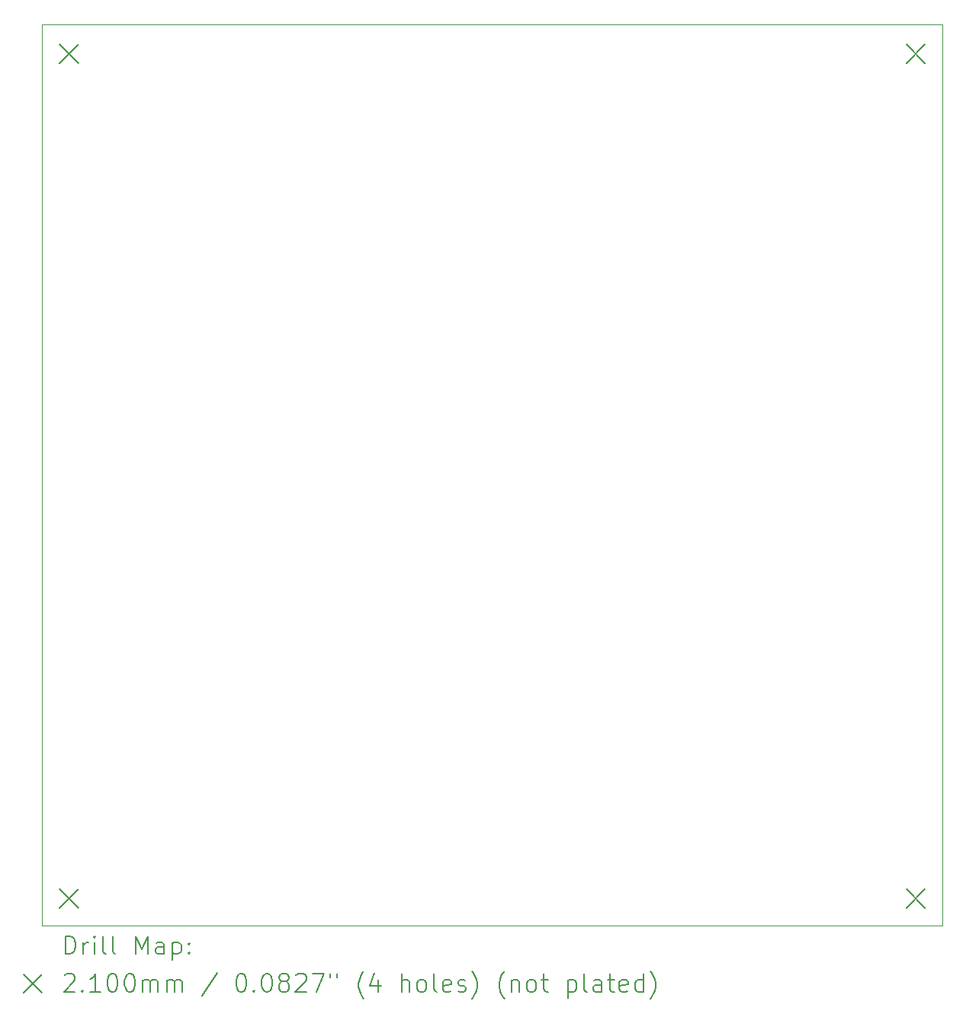
<source format=gbr>
%TF.GenerationSoftware,KiCad,Pcbnew,8.0.6*%
%TF.CreationDate,2024-10-22T22:59:00-03:00*%
%TF.ProjectId,check_point_1,63686563-6b5f-4706-9f69-6e745f312e6b,rev?*%
%TF.SameCoordinates,Original*%
%TF.FileFunction,Drillmap*%
%TF.FilePolarity,Positive*%
%FSLAX45Y45*%
G04 Gerber Fmt 4.5, Leading zero omitted, Abs format (unit mm)*
G04 Created by KiCad (PCBNEW 8.0.6) date 2024-10-22 22:59:00*
%MOMM*%
%LPD*%
G01*
G04 APERTURE LIST*
%ADD10C,0.050000*%
%ADD11C,0.200000*%
%ADD12C,0.210000*%
G04 APERTURE END LIST*
D10*
X2000000Y-5002000D02*
X12000000Y-5002000D01*
X12000000Y-15000000D01*
X2000000Y-15000000D01*
X2000000Y-5002000D01*
D11*
D12*
X2195000Y-5220000D02*
X2405000Y-5430000D01*
X2405000Y-5220000D02*
X2195000Y-5430000D01*
X2195000Y-14595000D02*
X2405000Y-14805000D01*
X2405000Y-14595000D02*
X2195000Y-14805000D01*
X11595000Y-5220000D02*
X11805000Y-5430000D01*
X11805000Y-5220000D02*
X11595000Y-5430000D01*
X11595000Y-14595000D02*
X11805000Y-14805000D01*
X11805000Y-14595000D02*
X11595000Y-14805000D01*
D11*
X2258277Y-15313984D02*
X2258277Y-15113984D01*
X2258277Y-15113984D02*
X2305896Y-15113984D01*
X2305896Y-15113984D02*
X2334467Y-15123508D01*
X2334467Y-15123508D02*
X2353515Y-15142555D01*
X2353515Y-15142555D02*
X2363039Y-15161603D01*
X2363039Y-15161603D02*
X2372563Y-15199698D01*
X2372563Y-15199698D02*
X2372563Y-15228269D01*
X2372563Y-15228269D02*
X2363039Y-15266365D01*
X2363039Y-15266365D02*
X2353515Y-15285412D01*
X2353515Y-15285412D02*
X2334467Y-15304460D01*
X2334467Y-15304460D02*
X2305896Y-15313984D01*
X2305896Y-15313984D02*
X2258277Y-15313984D01*
X2458277Y-15313984D02*
X2458277Y-15180650D01*
X2458277Y-15218746D02*
X2467801Y-15199698D01*
X2467801Y-15199698D02*
X2477324Y-15190174D01*
X2477324Y-15190174D02*
X2496372Y-15180650D01*
X2496372Y-15180650D02*
X2515420Y-15180650D01*
X2582086Y-15313984D02*
X2582086Y-15180650D01*
X2582086Y-15113984D02*
X2572563Y-15123508D01*
X2572563Y-15123508D02*
X2582086Y-15133031D01*
X2582086Y-15133031D02*
X2591610Y-15123508D01*
X2591610Y-15123508D02*
X2582086Y-15113984D01*
X2582086Y-15113984D02*
X2582086Y-15133031D01*
X2705896Y-15313984D02*
X2686848Y-15304460D01*
X2686848Y-15304460D02*
X2677324Y-15285412D01*
X2677324Y-15285412D02*
X2677324Y-15113984D01*
X2810658Y-15313984D02*
X2791610Y-15304460D01*
X2791610Y-15304460D02*
X2782086Y-15285412D01*
X2782086Y-15285412D02*
X2782086Y-15113984D01*
X3039229Y-15313984D02*
X3039229Y-15113984D01*
X3039229Y-15113984D02*
X3105896Y-15256841D01*
X3105896Y-15256841D02*
X3172562Y-15113984D01*
X3172562Y-15113984D02*
X3172562Y-15313984D01*
X3353515Y-15313984D02*
X3353515Y-15209222D01*
X3353515Y-15209222D02*
X3343991Y-15190174D01*
X3343991Y-15190174D02*
X3324943Y-15180650D01*
X3324943Y-15180650D02*
X3286848Y-15180650D01*
X3286848Y-15180650D02*
X3267801Y-15190174D01*
X3353515Y-15304460D02*
X3334467Y-15313984D01*
X3334467Y-15313984D02*
X3286848Y-15313984D01*
X3286848Y-15313984D02*
X3267801Y-15304460D01*
X3267801Y-15304460D02*
X3258277Y-15285412D01*
X3258277Y-15285412D02*
X3258277Y-15266365D01*
X3258277Y-15266365D02*
X3267801Y-15247317D01*
X3267801Y-15247317D02*
X3286848Y-15237793D01*
X3286848Y-15237793D02*
X3334467Y-15237793D01*
X3334467Y-15237793D02*
X3353515Y-15228269D01*
X3448753Y-15180650D02*
X3448753Y-15380650D01*
X3448753Y-15190174D02*
X3467801Y-15180650D01*
X3467801Y-15180650D02*
X3505896Y-15180650D01*
X3505896Y-15180650D02*
X3524943Y-15190174D01*
X3524943Y-15190174D02*
X3534467Y-15199698D01*
X3534467Y-15199698D02*
X3543991Y-15218746D01*
X3543991Y-15218746D02*
X3543991Y-15275888D01*
X3543991Y-15275888D02*
X3534467Y-15294936D01*
X3534467Y-15294936D02*
X3524943Y-15304460D01*
X3524943Y-15304460D02*
X3505896Y-15313984D01*
X3505896Y-15313984D02*
X3467801Y-15313984D01*
X3467801Y-15313984D02*
X3448753Y-15304460D01*
X3629705Y-15294936D02*
X3639229Y-15304460D01*
X3639229Y-15304460D02*
X3629705Y-15313984D01*
X3629705Y-15313984D02*
X3620182Y-15304460D01*
X3620182Y-15304460D02*
X3629705Y-15294936D01*
X3629705Y-15294936D02*
X3629705Y-15313984D01*
X3629705Y-15190174D02*
X3639229Y-15199698D01*
X3639229Y-15199698D02*
X3629705Y-15209222D01*
X3629705Y-15209222D02*
X3620182Y-15199698D01*
X3620182Y-15199698D02*
X3629705Y-15190174D01*
X3629705Y-15190174D02*
X3629705Y-15209222D01*
X1797500Y-15542500D02*
X1997500Y-15742500D01*
X1997500Y-15542500D02*
X1797500Y-15742500D01*
X2248753Y-15553031D02*
X2258277Y-15543508D01*
X2258277Y-15543508D02*
X2277324Y-15533984D01*
X2277324Y-15533984D02*
X2324944Y-15533984D01*
X2324944Y-15533984D02*
X2343991Y-15543508D01*
X2343991Y-15543508D02*
X2353515Y-15553031D01*
X2353515Y-15553031D02*
X2363039Y-15572079D01*
X2363039Y-15572079D02*
X2363039Y-15591127D01*
X2363039Y-15591127D02*
X2353515Y-15619698D01*
X2353515Y-15619698D02*
X2239229Y-15733984D01*
X2239229Y-15733984D02*
X2363039Y-15733984D01*
X2448753Y-15714936D02*
X2458277Y-15724460D01*
X2458277Y-15724460D02*
X2448753Y-15733984D01*
X2448753Y-15733984D02*
X2439229Y-15724460D01*
X2439229Y-15724460D02*
X2448753Y-15714936D01*
X2448753Y-15714936D02*
X2448753Y-15733984D01*
X2648753Y-15733984D02*
X2534467Y-15733984D01*
X2591610Y-15733984D02*
X2591610Y-15533984D01*
X2591610Y-15533984D02*
X2572563Y-15562555D01*
X2572563Y-15562555D02*
X2553515Y-15581603D01*
X2553515Y-15581603D02*
X2534467Y-15591127D01*
X2772563Y-15533984D02*
X2791610Y-15533984D01*
X2791610Y-15533984D02*
X2810658Y-15543508D01*
X2810658Y-15543508D02*
X2820182Y-15553031D01*
X2820182Y-15553031D02*
X2829705Y-15572079D01*
X2829705Y-15572079D02*
X2839229Y-15610174D01*
X2839229Y-15610174D02*
X2839229Y-15657793D01*
X2839229Y-15657793D02*
X2829705Y-15695888D01*
X2829705Y-15695888D02*
X2820182Y-15714936D01*
X2820182Y-15714936D02*
X2810658Y-15724460D01*
X2810658Y-15724460D02*
X2791610Y-15733984D01*
X2791610Y-15733984D02*
X2772563Y-15733984D01*
X2772563Y-15733984D02*
X2753515Y-15724460D01*
X2753515Y-15724460D02*
X2743991Y-15714936D01*
X2743991Y-15714936D02*
X2734467Y-15695888D01*
X2734467Y-15695888D02*
X2724944Y-15657793D01*
X2724944Y-15657793D02*
X2724944Y-15610174D01*
X2724944Y-15610174D02*
X2734467Y-15572079D01*
X2734467Y-15572079D02*
X2743991Y-15553031D01*
X2743991Y-15553031D02*
X2753515Y-15543508D01*
X2753515Y-15543508D02*
X2772563Y-15533984D01*
X2963039Y-15533984D02*
X2982086Y-15533984D01*
X2982086Y-15533984D02*
X3001134Y-15543508D01*
X3001134Y-15543508D02*
X3010658Y-15553031D01*
X3010658Y-15553031D02*
X3020182Y-15572079D01*
X3020182Y-15572079D02*
X3029705Y-15610174D01*
X3029705Y-15610174D02*
X3029705Y-15657793D01*
X3029705Y-15657793D02*
X3020182Y-15695888D01*
X3020182Y-15695888D02*
X3010658Y-15714936D01*
X3010658Y-15714936D02*
X3001134Y-15724460D01*
X3001134Y-15724460D02*
X2982086Y-15733984D01*
X2982086Y-15733984D02*
X2963039Y-15733984D01*
X2963039Y-15733984D02*
X2943991Y-15724460D01*
X2943991Y-15724460D02*
X2934467Y-15714936D01*
X2934467Y-15714936D02*
X2924943Y-15695888D01*
X2924943Y-15695888D02*
X2915420Y-15657793D01*
X2915420Y-15657793D02*
X2915420Y-15610174D01*
X2915420Y-15610174D02*
X2924943Y-15572079D01*
X2924943Y-15572079D02*
X2934467Y-15553031D01*
X2934467Y-15553031D02*
X2943991Y-15543508D01*
X2943991Y-15543508D02*
X2963039Y-15533984D01*
X3115420Y-15733984D02*
X3115420Y-15600650D01*
X3115420Y-15619698D02*
X3124943Y-15610174D01*
X3124943Y-15610174D02*
X3143991Y-15600650D01*
X3143991Y-15600650D02*
X3172563Y-15600650D01*
X3172563Y-15600650D02*
X3191610Y-15610174D01*
X3191610Y-15610174D02*
X3201134Y-15629222D01*
X3201134Y-15629222D02*
X3201134Y-15733984D01*
X3201134Y-15629222D02*
X3210658Y-15610174D01*
X3210658Y-15610174D02*
X3229705Y-15600650D01*
X3229705Y-15600650D02*
X3258277Y-15600650D01*
X3258277Y-15600650D02*
X3277324Y-15610174D01*
X3277324Y-15610174D02*
X3286848Y-15629222D01*
X3286848Y-15629222D02*
X3286848Y-15733984D01*
X3382086Y-15733984D02*
X3382086Y-15600650D01*
X3382086Y-15619698D02*
X3391610Y-15610174D01*
X3391610Y-15610174D02*
X3410658Y-15600650D01*
X3410658Y-15600650D02*
X3439229Y-15600650D01*
X3439229Y-15600650D02*
X3458277Y-15610174D01*
X3458277Y-15610174D02*
X3467801Y-15629222D01*
X3467801Y-15629222D02*
X3467801Y-15733984D01*
X3467801Y-15629222D02*
X3477324Y-15610174D01*
X3477324Y-15610174D02*
X3496372Y-15600650D01*
X3496372Y-15600650D02*
X3524943Y-15600650D01*
X3524943Y-15600650D02*
X3543991Y-15610174D01*
X3543991Y-15610174D02*
X3553515Y-15629222D01*
X3553515Y-15629222D02*
X3553515Y-15733984D01*
X3943991Y-15524460D02*
X3772563Y-15781603D01*
X4201134Y-15533984D02*
X4220182Y-15533984D01*
X4220182Y-15533984D02*
X4239229Y-15543508D01*
X4239229Y-15543508D02*
X4248753Y-15553031D01*
X4248753Y-15553031D02*
X4258277Y-15572079D01*
X4258277Y-15572079D02*
X4267801Y-15610174D01*
X4267801Y-15610174D02*
X4267801Y-15657793D01*
X4267801Y-15657793D02*
X4258277Y-15695888D01*
X4258277Y-15695888D02*
X4248753Y-15714936D01*
X4248753Y-15714936D02*
X4239229Y-15724460D01*
X4239229Y-15724460D02*
X4220182Y-15733984D01*
X4220182Y-15733984D02*
X4201134Y-15733984D01*
X4201134Y-15733984D02*
X4182086Y-15724460D01*
X4182086Y-15724460D02*
X4172563Y-15714936D01*
X4172563Y-15714936D02*
X4163039Y-15695888D01*
X4163039Y-15695888D02*
X4153515Y-15657793D01*
X4153515Y-15657793D02*
X4153515Y-15610174D01*
X4153515Y-15610174D02*
X4163039Y-15572079D01*
X4163039Y-15572079D02*
X4172563Y-15553031D01*
X4172563Y-15553031D02*
X4182086Y-15543508D01*
X4182086Y-15543508D02*
X4201134Y-15533984D01*
X4353515Y-15714936D02*
X4363039Y-15724460D01*
X4363039Y-15724460D02*
X4353515Y-15733984D01*
X4353515Y-15733984D02*
X4343991Y-15724460D01*
X4343991Y-15724460D02*
X4353515Y-15714936D01*
X4353515Y-15714936D02*
X4353515Y-15733984D01*
X4486848Y-15533984D02*
X4505896Y-15533984D01*
X4505896Y-15533984D02*
X4524944Y-15543508D01*
X4524944Y-15543508D02*
X4534468Y-15553031D01*
X4534468Y-15553031D02*
X4543991Y-15572079D01*
X4543991Y-15572079D02*
X4553515Y-15610174D01*
X4553515Y-15610174D02*
X4553515Y-15657793D01*
X4553515Y-15657793D02*
X4543991Y-15695888D01*
X4543991Y-15695888D02*
X4534468Y-15714936D01*
X4534468Y-15714936D02*
X4524944Y-15724460D01*
X4524944Y-15724460D02*
X4505896Y-15733984D01*
X4505896Y-15733984D02*
X4486848Y-15733984D01*
X4486848Y-15733984D02*
X4467801Y-15724460D01*
X4467801Y-15724460D02*
X4458277Y-15714936D01*
X4458277Y-15714936D02*
X4448753Y-15695888D01*
X4448753Y-15695888D02*
X4439229Y-15657793D01*
X4439229Y-15657793D02*
X4439229Y-15610174D01*
X4439229Y-15610174D02*
X4448753Y-15572079D01*
X4448753Y-15572079D02*
X4458277Y-15553031D01*
X4458277Y-15553031D02*
X4467801Y-15543508D01*
X4467801Y-15543508D02*
X4486848Y-15533984D01*
X4667801Y-15619698D02*
X4648753Y-15610174D01*
X4648753Y-15610174D02*
X4639229Y-15600650D01*
X4639229Y-15600650D02*
X4629706Y-15581603D01*
X4629706Y-15581603D02*
X4629706Y-15572079D01*
X4629706Y-15572079D02*
X4639229Y-15553031D01*
X4639229Y-15553031D02*
X4648753Y-15543508D01*
X4648753Y-15543508D02*
X4667801Y-15533984D01*
X4667801Y-15533984D02*
X4705896Y-15533984D01*
X4705896Y-15533984D02*
X4724944Y-15543508D01*
X4724944Y-15543508D02*
X4734468Y-15553031D01*
X4734468Y-15553031D02*
X4743991Y-15572079D01*
X4743991Y-15572079D02*
X4743991Y-15581603D01*
X4743991Y-15581603D02*
X4734468Y-15600650D01*
X4734468Y-15600650D02*
X4724944Y-15610174D01*
X4724944Y-15610174D02*
X4705896Y-15619698D01*
X4705896Y-15619698D02*
X4667801Y-15619698D01*
X4667801Y-15619698D02*
X4648753Y-15629222D01*
X4648753Y-15629222D02*
X4639229Y-15638746D01*
X4639229Y-15638746D02*
X4629706Y-15657793D01*
X4629706Y-15657793D02*
X4629706Y-15695888D01*
X4629706Y-15695888D02*
X4639229Y-15714936D01*
X4639229Y-15714936D02*
X4648753Y-15724460D01*
X4648753Y-15724460D02*
X4667801Y-15733984D01*
X4667801Y-15733984D02*
X4705896Y-15733984D01*
X4705896Y-15733984D02*
X4724944Y-15724460D01*
X4724944Y-15724460D02*
X4734468Y-15714936D01*
X4734468Y-15714936D02*
X4743991Y-15695888D01*
X4743991Y-15695888D02*
X4743991Y-15657793D01*
X4743991Y-15657793D02*
X4734468Y-15638746D01*
X4734468Y-15638746D02*
X4724944Y-15629222D01*
X4724944Y-15629222D02*
X4705896Y-15619698D01*
X4820182Y-15553031D02*
X4829706Y-15543508D01*
X4829706Y-15543508D02*
X4848753Y-15533984D01*
X4848753Y-15533984D02*
X4896372Y-15533984D01*
X4896372Y-15533984D02*
X4915420Y-15543508D01*
X4915420Y-15543508D02*
X4924944Y-15553031D01*
X4924944Y-15553031D02*
X4934468Y-15572079D01*
X4934468Y-15572079D02*
X4934468Y-15591127D01*
X4934468Y-15591127D02*
X4924944Y-15619698D01*
X4924944Y-15619698D02*
X4810658Y-15733984D01*
X4810658Y-15733984D02*
X4934468Y-15733984D01*
X5001134Y-15533984D02*
X5134468Y-15533984D01*
X5134468Y-15533984D02*
X5048753Y-15733984D01*
X5201134Y-15533984D02*
X5201134Y-15572079D01*
X5277325Y-15533984D02*
X5277325Y-15572079D01*
X5572563Y-15810174D02*
X5563039Y-15800650D01*
X5563039Y-15800650D02*
X5543991Y-15772079D01*
X5543991Y-15772079D02*
X5534468Y-15753031D01*
X5534468Y-15753031D02*
X5524944Y-15724460D01*
X5524944Y-15724460D02*
X5515420Y-15676841D01*
X5515420Y-15676841D02*
X5515420Y-15638746D01*
X5515420Y-15638746D02*
X5524944Y-15591127D01*
X5524944Y-15591127D02*
X5534468Y-15562555D01*
X5534468Y-15562555D02*
X5543991Y-15543508D01*
X5543991Y-15543508D02*
X5563039Y-15514936D01*
X5563039Y-15514936D02*
X5572563Y-15505412D01*
X5734468Y-15600650D02*
X5734468Y-15733984D01*
X5686848Y-15524460D02*
X5639229Y-15667317D01*
X5639229Y-15667317D02*
X5763039Y-15667317D01*
X5991610Y-15733984D02*
X5991610Y-15533984D01*
X6077325Y-15733984D02*
X6077325Y-15629222D01*
X6077325Y-15629222D02*
X6067801Y-15610174D01*
X6067801Y-15610174D02*
X6048753Y-15600650D01*
X6048753Y-15600650D02*
X6020182Y-15600650D01*
X6020182Y-15600650D02*
X6001134Y-15610174D01*
X6001134Y-15610174D02*
X5991610Y-15619698D01*
X6201134Y-15733984D02*
X6182087Y-15724460D01*
X6182087Y-15724460D02*
X6172563Y-15714936D01*
X6172563Y-15714936D02*
X6163039Y-15695888D01*
X6163039Y-15695888D02*
X6163039Y-15638746D01*
X6163039Y-15638746D02*
X6172563Y-15619698D01*
X6172563Y-15619698D02*
X6182087Y-15610174D01*
X6182087Y-15610174D02*
X6201134Y-15600650D01*
X6201134Y-15600650D02*
X6229706Y-15600650D01*
X6229706Y-15600650D02*
X6248753Y-15610174D01*
X6248753Y-15610174D02*
X6258277Y-15619698D01*
X6258277Y-15619698D02*
X6267801Y-15638746D01*
X6267801Y-15638746D02*
X6267801Y-15695888D01*
X6267801Y-15695888D02*
X6258277Y-15714936D01*
X6258277Y-15714936D02*
X6248753Y-15724460D01*
X6248753Y-15724460D02*
X6229706Y-15733984D01*
X6229706Y-15733984D02*
X6201134Y-15733984D01*
X6382087Y-15733984D02*
X6363039Y-15724460D01*
X6363039Y-15724460D02*
X6353515Y-15705412D01*
X6353515Y-15705412D02*
X6353515Y-15533984D01*
X6534468Y-15724460D02*
X6515420Y-15733984D01*
X6515420Y-15733984D02*
X6477325Y-15733984D01*
X6477325Y-15733984D02*
X6458277Y-15724460D01*
X6458277Y-15724460D02*
X6448753Y-15705412D01*
X6448753Y-15705412D02*
X6448753Y-15629222D01*
X6448753Y-15629222D02*
X6458277Y-15610174D01*
X6458277Y-15610174D02*
X6477325Y-15600650D01*
X6477325Y-15600650D02*
X6515420Y-15600650D01*
X6515420Y-15600650D02*
X6534468Y-15610174D01*
X6534468Y-15610174D02*
X6543991Y-15629222D01*
X6543991Y-15629222D02*
X6543991Y-15648269D01*
X6543991Y-15648269D02*
X6448753Y-15667317D01*
X6620182Y-15724460D02*
X6639230Y-15733984D01*
X6639230Y-15733984D02*
X6677325Y-15733984D01*
X6677325Y-15733984D02*
X6696372Y-15724460D01*
X6696372Y-15724460D02*
X6705896Y-15705412D01*
X6705896Y-15705412D02*
X6705896Y-15695888D01*
X6705896Y-15695888D02*
X6696372Y-15676841D01*
X6696372Y-15676841D02*
X6677325Y-15667317D01*
X6677325Y-15667317D02*
X6648753Y-15667317D01*
X6648753Y-15667317D02*
X6629706Y-15657793D01*
X6629706Y-15657793D02*
X6620182Y-15638746D01*
X6620182Y-15638746D02*
X6620182Y-15629222D01*
X6620182Y-15629222D02*
X6629706Y-15610174D01*
X6629706Y-15610174D02*
X6648753Y-15600650D01*
X6648753Y-15600650D02*
X6677325Y-15600650D01*
X6677325Y-15600650D02*
X6696372Y-15610174D01*
X6772563Y-15810174D02*
X6782087Y-15800650D01*
X6782087Y-15800650D02*
X6801134Y-15772079D01*
X6801134Y-15772079D02*
X6810658Y-15753031D01*
X6810658Y-15753031D02*
X6820182Y-15724460D01*
X6820182Y-15724460D02*
X6829706Y-15676841D01*
X6829706Y-15676841D02*
X6829706Y-15638746D01*
X6829706Y-15638746D02*
X6820182Y-15591127D01*
X6820182Y-15591127D02*
X6810658Y-15562555D01*
X6810658Y-15562555D02*
X6801134Y-15543508D01*
X6801134Y-15543508D02*
X6782087Y-15514936D01*
X6782087Y-15514936D02*
X6772563Y-15505412D01*
X7134468Y-15810174D02*
X7124944Y-15800650D01*
X7124944Y-15800650D02*
X7105896Y-15772079D01*
X7105896Y-15772079D02*
X7096372Y-15753031D01*
X7096372Y-15753031D02*
X7086849Y-15724460D01*
X7086849Y-15724460D02*
X7077325Y-15676841D01*
X7077325Y-15676841D02*
X7077325Y-15638746D01*
X7077325Y-15638746D02*
X7086849Y-15591127D01*
X7086849Y-15591127D02*
X7096372Y-15562555D01*
X7096372Y-15562555D02*
X7105896Y-15543508D01*
X7105896Y-15543508D02*
X7124944Y-15514936D01*
X7124944Y-15514936D02*
X7134468Y-15505412D01*
X7210658Y-15600650D02*
X7210658Y-15733984D01*
X7210658Y-15619698D02*
X7220182Y-15610174D01*
X7220182Y-15610174D02*
X7239230Y-15600650D01*
X7239230Y-15600650D02*
X7267801Y-15600650D01*
X7267801Y-15600650D02*
X7286849Y-15610174D01*
X7286849Y-15610174D02*
X7296372Y-15629222D01*
X7296372Y-15629222D02*
X7296372Y-15733984D01*
X7420182Y-15733984D02*
X7401134Y-15724460D01*
X7401134Y-15724460D02*
X7391611Y-15714936D01*
X7391611Y-15714936D02*
X7382087Y-15695888D01*
X7382087Y-15695888D02*
X7382087Y-15638746D01*
X7382087Y-15638746D02*
X7391611Y-15619698D01*
X7391611Y-15619698D02*
X7401134Y-15610174D01*
X7401134Y-15610174D02*
X7420182Y-15600650D01*
X7420182Y-15600650D02*
X7448753Y-15600650D01*
X7448753Y-15600650D02*
X7467801Y-15610174D01*
X7467801Y-15610174D02*
X7477325Y-15619698D01*
X7477325Y-15619698D02*
X7486849Y-15638746D01*
X7486849Y-15638746D02*
X7486849Y-15695888D01*
X7486849Y-15695888D02*
X7477325Y-15714936D01*
X7477325Y-15714936D02*
X7467801Y-15724460D01*
X7467801Y-15724460D02*
X7448753Y-15733984D01*
X7448753Y-15733984D02*
X7420182Y-15733984D01*
X7543992Y-15600650D02*
X7620182Y-15600650D01*
X7572563Y-15533984D02*
X7572563Y-15705412D01*
X7572563Y-15705412D02*
X7582087Y-15724460D01*
X7582087Y-15724460D02*
X7601134Y-15733984D01*
X7601134Y-15733984D02*
X7620182Y-15733984D01*
X7839230Y-15600650D02*
X7839230Y-15800650D01*
X7839230Y-15610174D02*
X7858277Y-15600650D01*
X7858277Y-15600650D02*
X7896373Y-15600650D01*
X7896373Y-15600650D02*
X7915420Y-15610174D01*
X7915420Y-15610174D02*
X7924944Y-15619698D01*
X7924944Y-15619698D02*
X7934468Y-15638746D01*
X7934468Y-15638746D02*
X7934468Y-15695888D01*
X7934468Y-15695888D02*
X7924944Y-15714936D01*
X7924944Y-15714936D02*
X7915420Y-15724460D01*
X7915420Y-15724460D02*
X7896373Y-15733984D01*
X7896373Y-15733984D02*
X7858277Y-15733984D01*
X7858277Y-15733984D02*
X7839230Y-15724460D01*
X8048753Y-15733984D02*
X8029706Y-15724460D01*
X8029706Y-15724460D02*
X8020182Y-15705412D01*
X8020182Y-15705412D02*
X8020182Y-15533984D01*
X8210658Y-15733984D02*
X8210658Y-15629222D01*
X8210658Y-15629222D02*
X8201134Y-15610174D01*
X8201134Y-15610174D02*
X8182087Y-15600650D01*
X8182087Y-15600650D02*
X8143992Y-15600650D01*
X8143992Y-15600650D02*
X8124944Y-15610174D01*
X8210658Y-15724460D02*
X8191611Y-15733984D01*
X8191611Y-15733984D02*
X8143992Y-15733984D01*
X8143992Y-15733984D02*
X8124944Y-15724460D01*
X8124944Y-15724460D02*
X8115420Y-15705412D01*
X8115420Y-15705412D02*
X8115420Y-15686365D01*
X8115420Y-15686365D02*
X8124944Y-15667317D01*
X8124944Y-15667317D02*
X8143992Y-15657793D01*
X8143992Y-15657793D02*
X8191611Y-15657793D01*
X8191611Y-15657793D02*
X8210658Y-15648269D01*
X8277325Y-15600650D02*
X8353515Y-15600650D01*
X8305896Y-15533984D02*
X8305896Y-15705412D01*
X8305896Y-15705412D02*
X8315420Y-15724460D01*
X8315420Y-15724460D02*
X8334468Y-15733984D01*
X8334468Y-15733984D02*
X8353515Y-15733984D01*
X8496373Y-15724460D02*
X8477325Y-15733984D01*
X8477325Y-15733984D02*
X8439230Y-15733984D01*
X8439230Y-15733984D02*
X8420182Y-15724460D01*
X8420182Y-15724460D02*
X8410658Y-15705412D01*
X8410658Y-15705412D02*
X8410658Y-15629222D01*
X8410658Y-15629222D02*
X8420182Y-15610174D01*
X8420182Y-15610174D02*
X8439230Y-15600650D01*
X8439230Y-15600650D02*
X8477325Y-15600650D01*
X8477325Y-15600650D02*
X8496373Y-15610174D01*
X8496373Y-15610174D02*
X8505896Y-15629222D01*
X8505896Y-15629222D02*
X8505896Y-15648269D01*
X8505896Y-15648269D02*
X8410658Y-15667317D01*
X8677325Y-15733984D02*
X8677325Y-15533984D01*
X8677325Y-15724460D02*
X8658277Y-15733984D01*
X8658277Y-15733984D02*
X8620182Y-15733984D01*
X8620182Y-15733984D02*
X8601135Y-15724460D01*
X8601135Y-15724460D02*
X8591611Y-15714936D01*
X8591611Y-15714936D02*
X8582087Y-15695888D01*
X8582087Y-15695888D02*
X8582087Y-15638746D01*
X8582087Y-15638746D02*
X8591611Y-15619698D01*
X8591611Y-15619698D02*
X8601135Y-15610174D01*
X8601135Y-15610174D02*
X8620182Y-15600650D01*
X8620182Y-15600650D02*
X8658277Y-15600650D01*
X8658277Y-15600650D02*
X8677325Y-15610174D01*
X8753516Y-15810174D02*
X8763039Y-15800650D01*
X8763039Y-15800650D02*
X8782087Y-15772079D01*
X8782087Y-15772079D02*
X8791611Y-15753031D01*
X8791611Y-15753031D02*
X8801135Y-15724460D01*
X8801135Y-15724460D02*
X8810658Y-15676841D01*
X8810658Y-15676841D02*
X8810658Y-15638746D01*
X8810658Y-15638746D02*
X8801135Y-15591127D01*
X8801135Y-15591127D02*
X8791611Y-15562555D01*
X8791611Y-15562555D02*
X8782087Y-15543508D01*
X8782087Y-15543508D02*
X8763039Y-15514936D01*
X8763039Y-15514936D02*
X8753516Y-15505412D01*
M02*

</source>
